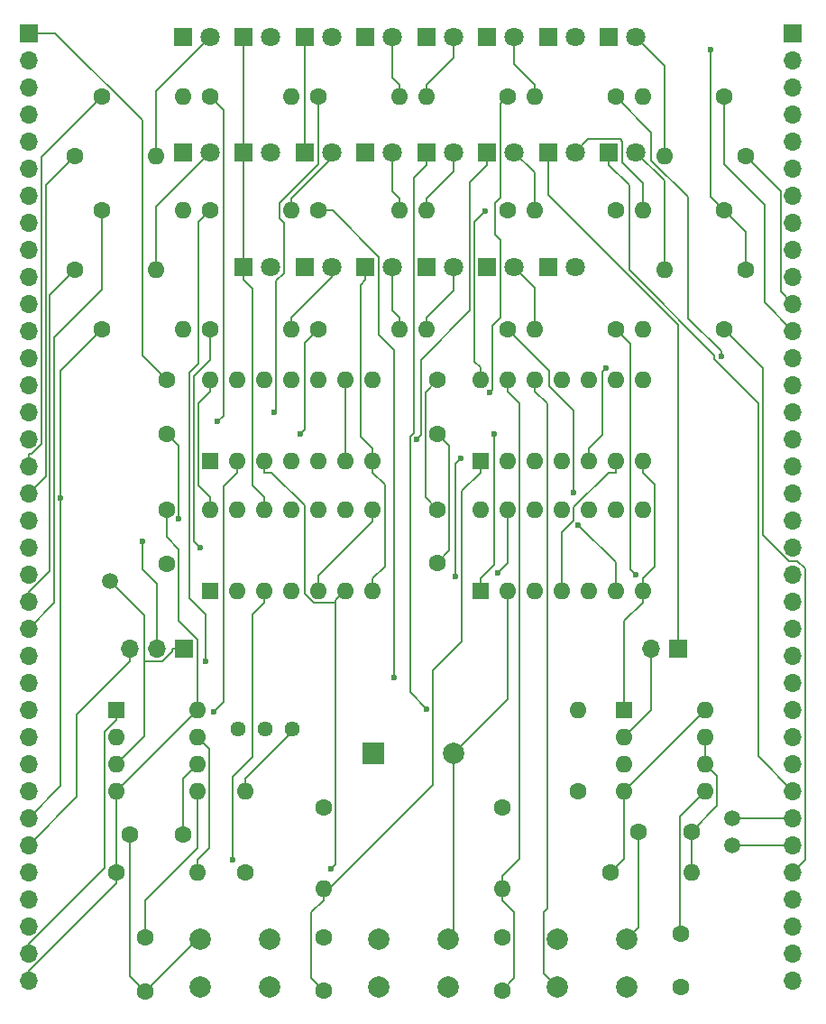
<source format=gtl>
G04 #@! TF.GenerationSoftware,KiCad,Pcbnew,8.0.9-8.0.9-0~ubuntu22.04.1*
G04 #@! TF.CreationDate,2025-06-29T10:32:47+10:00*
G04 #@! TF.ProjectId,UE1-TTL-Clock,5545312d-5454-44c2-9d43-6c6f636b2e6b,rev?*
G04 #@! TF.SameCoordinates,Original*
G04 #@! TF.FileFunction,Copper,L1,Top*
G04 #@! TF.FilePolarity,Positive*
%FSLAX46Y46*%
G04 Gerber Fmt 4.6, Leading zero omitted, Abs format (unit mm)*
G04 Created by KiCad (PCBNEW 8.0.9-8.0.9-0~ubuntu22.04.1) date 2025-06-29 10:32:47*
%MOMM*%
%LPD*%
G01*
G04 APERTURE LIST*
G04 #@! TA.AperFunction,ComponentPad*
%ADD10C,1.600000*%
G04 #@! TD*
G04 #@! TA.AperFunction,ComponentPad*
%ADD11R,1.800000X1.800000*%
G04 #@! TD*
G04 #@! TA.AperFunction,ComponentPad*
%ADD12C,1.800000*%
G04 #@! TD*
G04 #@! TA.AperFunction,ComponentPad*
%ADD13C,2.000000*%
G04 #@! TD*
G04 #@! TA.AperFunction,ComponentPad*
%ADD14R,2.000000X2.000000*%
G04 #@! TD*
G04 #@! TA.AperFunction,ComponentPad*
%ADD15R,1.600000X1.600000*%
G04 #@! TD*
G04 #@! TA.AperFunction,ComponentPad*
%ADD16O,1.600000X1.600000*%
G04 #@! TD*
G04 #@! TA.AperFunction,SMDPad,CuDef*
%ADD17C,1.500000*%
G04 #@! TD*
G04 #@! TA.AperFunction,ComponentPad*
%ADD18R,1.700000X1.700000*%
G04 #@! TD*
G04 #@! TA.AperFunction,ComponentPad*
%ADD19O,1.700000X1.700000*%
G04 #@! TD*
G04 #@! TA.AperFunction,ComponentPad*
%ADD20C,1.440000*%
G04 #@! TD*
G04 #@! TA.AperFunction,ViaPad*
%ADD21C,0.600000*%
G04 #@! TD*
G04 #@! TA.AperFunction,Conductor*
%ADD22C,0.200000*%
G04 #@! TD*
G04 APERTURE END LIST*
D10*
X103124000Y-85932000D03*
X103124000Y-90932000D03*
D11*
X116078000Y-75311000D03*
D12*
X118618000Y-75311000D03*
D10*
X134620000Y-143176000D03*
X134620000Y-138176000D03*
D13*
X106276000Y-138375000D03*
X112776000Y-138375000D03*
X106276000Y-142875000D03*
X112776000Y-142875000D03*
X139804000Y-138375000D03*
X146304000Y-138375000D03*
X139804000Y-142875000D03*
X146304000Y-142875000D03*
D10*
X128524000Y-98044000D03*
X128524000Y-103044000D03*
D14*
X122490000Y-120904000D03*
D13*
X130090000Y-120904000D03*
D15*
X107188000Y-93472000D03*
D16*
X109728000Y-93472000D03*
X112268000Y-93472000D03*
X114808000Y-93472000D03*
X117348000Y-93472000D03*
X119888000Y-93472000D03*
X122428000Y-93472000D03*
X122428000Y-85852000D03*
X119888000Y-85852000D03*
X117348000Y-85852000D03*
X114808000Y-85852000D03*
X112268000Y-85852000D03*
X109728000Y-85852000D03*
X107188000Y-85852000D03*
D10*
X107188000Y-59309000D03*
D16*
X114808000Y-59309000D03*
D10*
X110490000Y-132080000D03*
D16*
X110490000Y-124460000D03*
D17*
X156210000Y-127000000D03*
D18*
X90170000Y-53340000D03*
D19*
X90170000Y-55880000D03*
X90170000Y-58420000D03*
X90170000Y-60960000D03*
X90170000Y-63500000D03*
X90170000Y-66040000D03*
X90170000Y-68580000D03*
X90170000Y-71120000D03*
X90170000Y-73660000D03*
X90170000Y-76200000D03*
X90170000Y-78740000D03*
X90170000Y-81280000D03*
X90170000Y-83820000D03*
X90170000Y-86360000D03*
X90170000Y-88900000D03*
X90170000Y-91440000D03*
X90170000Y-93980000D03*
X90170000Y-96520000D03*
X90170000Y-99060000D03*
X90170000Y-101600000D03*
X90170000Y-104140000D03*
X90170000Y-106680000D03*
X90170000Y-109220000D03*
X90170000Y-111760000D03*
X90170000Y-114300000D03*
X90170000Y-116840000D03*
X90170000Y-119380000D03*
X90170000Y-121920000D03*
X90170000Y-124460000D03*
X90170000Y-127000000D03*
X90170000Y-129540000D03*
X90170000Y-132080000D03*
X90170000Y-134620000D03*
X90170000Y-137160000D03*
X90170000Y-139700000D03*
X90170000Y-142240000D03*
D10*
X145288000Y-81153000D03*
D16*
X137668000Y-81153000D03*
D15*
X132583000Y-105664000D03*
D16*
X135123000Y-105664000D03*
X137663000Y-105664000D03*
X140203000Y-105664000D03*
X142743000Y-105664000D03*
X145283000Y-105664000D03*
X147823000Y-105664000D03*
X147823000Y-98044000D03*
X145283000Y-98044000D03*
X142743000Y-98044000D03*
X140203000Y-98044000D03*
X137663000Y-98044000D03*
X135123000Y-98044000D03*
X132583000Y-98044000D03*
D15*
X98425000Y-116850000D03*
D16*
X98425000Y-119390000D03*
X98425000Y-121930000D03*
X98425000Y-124470000D03*
X106045000Y-124470000D03*
X106045000Y-121930000D03*
X106045000Y-119390000D03*
X106045000Y-116850000D03*
D10*
X151384000Y-137875000D03*
X151384000Y-142875000D03*
D15*
X107188000Y-105664000D03*
D16*
X109728000Y-105664000D03*
X112268000Y-105664000D03*
X114808000Y-105664000D03*
X117348000Y-105664000D03*
X119888000Y-105664000D03*
X122428000Y-105664000D03*
X122428000Y-98044000D03*
X119888000Y-98044000D03*
X117348000Y-98044000D03*
X114808000Y-98044000D03*
X112268000Y-98044000D03*
X109728000Y-98044000D03*
X107188000Y-98044000D03*
D10*
X155448000Y-59309000D03*
D16*
X147828000Y-59309000D03*
D10*
X135128000Y-69977000D03*
D16*
X127508000Y-69977000D03*
D10*
X155448000Y-69977000D03*
D16*
X147828000Y-69977000D03*
D11*
X116078000Y-64516000D03*
D12*
X118618000Y-64516000D03*
D10*
X155448000Y-81153000D03*
D16*
X147828000Y-81153000D03*
D18*
X104775000Y-111125000D03*
D19*
X102235000Y-111125000D03*
X99695000Y-111125000D03*
D11*
X138938000Y-75311000D03*
D12*
X141478000Y-75311000D03*
D10*
X117348000Y-69977000D03*
D16*
X124968000Y-69977000D03*
D11*
X121793000Y-75311000D03*
D12*
X124333000Y-75311000D03*
D10*
X117348000Y-81153000D03*
D16*
X124968000Y-81153000D03*
D15*
X146050000Y-116840000D03*
D16*
X146050000Y-119380000D03*
X146050000Y-121920000D03*
X146050000Y-124460000D03*
X153670000Y-124460000D03*
X153670000Y-121920000D03*
X153670000Y-119380000D03*
X153670000Y-116840000D03*
D11*
X138938000Y-64516000D03*
D12*
X141478000Y-64516000D03*
D11*
X110363000Y-64516000D03*
D12*
X112903000Y-64516000D03*
D10*
X145288000Y-59309000D03*
D16*
X137668000Y-59309000D03*
D10*
X144780000Y-132080000D03*
D16*
X152400000Y-132080000D03*
D11*
X121793000Y-64516000D03*
D12*
X124333000Y-64516000D03*
D10*
X117856000Y-143176000D03*
X117856000Y-138176000D03*
X97028000Y-81153000D03*
D16*
X104648000Y-81153000D03*
D10*
X94488000Y-64897000D03*
D16*
X102108000Y-64897000D03*
D11*
X110363000Y-53721000D03*
D12*
X112903000Y-53721000D03*
D11*
X133223000Y-64516000D03*
D12*
X135763000Y-64516000D03*
D11*
X127508000Y-75311000D03*
D12*
X130048000Y-75311000D03*
D10*
X107188000Y-81153000D03*
D16*
X114808000Y-81153000D03*
D10*
X104695000Y-128524000D03*
X99695000Y-128524000D03*
D17*
X97790000Y-104775000D03*
D11*
X144653000Y-64516000D03*
D12*
X147193000Y-64516000D03*
D11*
X133223000Y-53721000D03*
D12*
X135763000Y-53721000D03*
D11*
X127508000Y-64516000D03*
D12*
X130048000Y-64516000D03*
D11*
X104648000Y-53721000D03*
D12*
X107188000Y-53721000D03*
D10*
X97028000Y-59309000D03*
D16*
X104648000Y-59309000D03*
D11*
X121793000Y-53721000D03*
D12*
X124333000Y-53721000D03*
D11*
X104648000Y-64516000D03*
D12*
X107188000Y-64516000D03*
D10*
X134620000Y-125984000D03*
D16*
X134620000Y-133604000D03*
D11*
X138938000Y-53721000D03*
D12*
X141478000Y-53721000D03*
D10*
X101092000Y-138256000D03*
X101092000Y-143256000D03*
D11*
X116078000Y-53721000D03*
D12*
X118618000Y-53721000D03*
D15*
X132588000Y-93472000D03*
D16*
X135128000Y-93472000D03*
X137668000Y-93472000D03*
X140208000Y-93472000D03*
X142748000Y-93472000D03*
X145288000Y-93472000D03*
X147828000Y-93472000D03*
X147828000Y-85852000D03*
X145288000Y-85852000D03*
X142748000Y-85852000D03*
X140208000Y-85852000D03*
X137668000Y-85852000D03*
X135128000Y-85852000D03*
X132588000Y-85852000D03*
D10*
X94488000Y-75565000D03*
D16*
X102108000Y-75565000D03*
D10*
X145288000Y-69977000D03*
D16*
X137668000Y-69977000D03*
D11*
X144653000Y-53721000D03*
D12*
X147193000Y-53721000D03*
D10*
X157480000Y-64897000D03*
D16*
X149860000Y-64897000D03*
D13*
X123040000Y-138375000D03*
X129540000Y-138375000D03*
X123040000Y-142875000D03*
X129540000Y-142875000D03*
D10*
X157480000Y-75565000D03*
D16*
X149860000Y-75565000D03*
D11*
X110363000Y-75311000D03*
D12*
X112903000Y-75311000D03*
D18*
X161925000Y-53340000D03*
D19*
X161925000Y-55880000D03*
X161925000Y-58420000D03*
X161925000Y-60960000D03*
X161925000Y-63500000D03*
X161925000Y-66040000D03*
X161925000Y-68580000D03*
X161925000Y-71120000D03*
X161925000Y-73660000D03*
X161925000Y-76200000D03*
X161925000Y-78740000D03*
X161925000Y-81280000D03*
X161925000Y-83820000D03*
X161925000Y-86360000D03*
X161925000Y-88900000D03*
X161925000Y-91440000D03*
X161925000Y-93980000D03*
X161925000Y-96520000D03*
X161925000Y-99060000D03*
X161925000Y-101600000D03*
X161925000Y-104140000D03*
X161925000Y-106680000D03*
X161925000Y-109220000D03*
X161925000Y-111760000D03*
X161925000Y-114300000D03*
X161925000Y-116840000D03*
X161925000Y-119380000D03*
X161925000Y-121920000D03*
X161925000Y-124460000D03*
X161925000Y-127000000D03*
X161925000Y-129540000D03*
X161925000Y-132080000D03*
X161925000Y-134620000D03*
X161925000Y-137160000D03*
X161925000Y-139700000D03*
X161925000Y-142240000D03*
D10*
X135128000Y-59309000D03*
D16*
X127508000Y-59309000D03*
D10*
X117856000Y-125984000D03*
D16*
X117856000Y-133604000D03*
D10*
X141732000Y-124460000D03*
D16*
X141732000Y-116840000D03*
D10*
X97028000Y-69977000D03*
D16*
X104648000Y-69977000D03*
D10*
X152400000Y-128270000D03*
X147400000Y-128270000D03*
D17*
X156210000Y-129540000D03*
D11*
X127508000Y-53721000D03*
D12*
X130048000Y-53721000D03*
D11*
X133223000Y-75311000D03*
D12*
X135763000Y-75311000D03*
D10*
X117348000Y-59309000D03*
D16*
X124968000Y-59309000D03*
D10*
X103124000Y-98124000D03*
X103124000Y-103124000D03*
X128524000Y-85932000D03*
X128524000Y-90932000D03*
D20*
X114920000Y-118670000D03*
X112380000Y-118670000D03*
X109840000Y-118670000D03*
D10*
X107188000Y-69977000D03*
D16*
X114808000Y-69977000D03*
D18*
X151130000Y-111125000D03*
D19*
X148590000Y-111125000D03*
D10*
X135128000Y-81153000D03*
D16*
X127508000Y-81153000D03*
D10*
X98425000Y-132080000D03*
D16*
X106045000Y-132080000D03*
D21*
X104244500Y-98974200D03*
X154195300Y-54888000D03*
X133021000Y-70081200D03*
X118508400Y-131806600D03*
X124480300Y-113845700D03*
X107557700Y-117029200D03*
X126577400Y-91491000D03*
X127527600Y-116765200D03*
X107902500Y-89815500D03*
X113203200Y-88900000D03*
X155168800Y-83698900D03*
X133455000Y-87087700D03*
X115677600Y-90932500D03*
X106814300Y-112281200D03*
X109348300Y-130973400D03*
X141362300Y-96511800D03*
X147173700Y-104147200D03*
X141763000Y-99513700D03*
X106292200Y-101638900D03*
X93154600Y-97013700D03*
X134188400Y-104047100D03*
X130770000Y-93226900D03*
X130227700Y-104348000D03*
X100863100Y-101020900D03*
X133858000Y-90934100D03*
X144332300Y-84780300D03*
D22*
X104244500Y-92052500D02*
X103124000Y-90932000D01*
X147400000Y-128270000D02*
X147400000Y-137279000D01*
X123598500Y-95744200D02*
X122428000Y-94573700D01*
X121793000Y-75311000D02*
X121793000Y-76512700D01*
X129652000Y-92060000D02*
X128524000Y-90932000D01*
X146050000Y-116840000D02*
X146050000Y-108538700D01*
X90170000Y-138816800D02*
X97323300Y-131663500D01*
X105973000Y-138375000D02*
X106276000Y-138375000D01*
X110363000Y-64516000D02*
X110363000Y-53721000D01*
X148966500Y-95712200D02*
X148966500Y-103418800D01*
X148966500Y-103418800D02*
X147823000Y-104562300D01*
X104244500Y-98974200D02*
X104244500Y-92052500D01*
X147828000Y-94573700D02*
X148966500Y-95712200D01*
X147823000Y-105664000D02*
X147823000Y-106765700D01*
X101092000Y-143256000D02*
X105973000Y-138375000D01*
X135123000Y-115871000D02*
X135123000Y-105664000D01*
X110363000Y-75311000D02*
X110363000Y-76512700D01*
X112268000Y-96942300D02*
X111166300Y-95840600D01*
X116078000Y-64516000D02*
X116078000Y-53721000D01*
X122428000Y-93472000D02*
X122428000Y-92370300D01*
X123598500Y-103391800D02*
X123598500Y-95744200D01*
X121316700Y-91259000D02*
X121316700Y-76989000D01*
X122428000Y-92370300D02*
X121316700Y-91259000D01*
X122428000Y-94022800D02*
X122428000Y-94573700D01*
X122428000Y-94022800D02*
X122428000Y-93472000D01*
X146050000Y-108538700D02*
X147823000Y-106765700D01*
X110363000Y-75311000D02*
X110363000Y-64516000D01*
X122428000Y-104562300D02*
X123598500Y-103391800D01*
X112268000Y-98044000D02*
X112268000Y-96942300D01*
X111166300Y-77316000D02*
X110363000Y-76512700D01*
X130090000Y-137825000D02*
X130090000Y-120904000D01*
X147400000Y-137279000D02*
X146304000Y-138375000D01*
X98425000Y-117813900D02*
X97323300Y-118915600D01*
X122428000Y-105664000D02*
X122428000Y-104562300D01*
X98425000Y-116850000D02*
X98425000Y-117813900D01*
X128524000Y-103044000D02*
X129652000Y-101916000D01*
X99695000Y-141859000D02*
X101092000Y-143256000D01*
X90170000Y-139700000D02*
X90170000Y-138816800D01*
X129652000Y-101916000D02*
X129652000Y-92060000D01*
X99695000Y-128524000D02*
X99695000Y-141859000D01*
X111166300Y-95840600D02*
X111166300Y-77316000D01*
X97323300Y-131663500D02*
X97323300Y-118915600D01*
X147823000Y-105664000D02*
X147823000Y-104562300D01*
X130090000Y-120904000D02*
X135123000Y-115871000D01*
X121316700Y-76989000D02*
X121793000Y-76512700D01*
X147828000Y-93472000D02*
X147828000Y-94573700D01*
X129540000Y-138375000D02*
X130090000Y-137825000D01*
X107188000Y-85852000D02*
X107188000Y-86953700D01*
X98425000Y-133121200D02*
X98425000Y-132080000D01*
X106045000Y-110268300D02*
X104244500Y-108467800D01*
X132021300Y-71080900D02*
X133021000Y-70081200D01*
X127400900Y-87055100D02*
X128524000Y-85932000D01*
X107188000Y-98044000D02*
X107188000Y-96942300D01*
X132588000Y-84750300D02*
X132021300Y-84183600D01*
X128524000Y-98044000D02*
X127400900Y-96920900D01*
X90170000Y-141376200D02*
X98425000Y-133121200D01*
X106045000Y-116850000D02*
X98425000Y-124470000D01*
X98425000Y-124470000D02*
X98425000Y-132080000D01*
X119888000Y-85852000D02*
X119888000Y-93472000D01*
X132588000Y-85852000D02*
X132588000Y-84750300D01*
X106086300Y-95840600D02*
X106086300Y-88055400D01*
X104244500Y-101775600D02*
X103124000Y-100655100D01*
X104244500Y-108467800D02*
X104244500Y-101775600D01*
X106045000Y-116850000D02*
X106045000Y-110268300D01*
X90170000Y-53340000D02*
X92671200Y-53340000D01*
X100838000Y-83646000D02*
X103124000Y-85932000D01*
X100838000Y-61506800D02*
X100838000Y-83646000D01*
X153670000Y-116840000D02*
X146050000Y-124460000D01*
X107188000Y-96942300D02*
X106086300Y-95840600D01*
X106086300Y-88055400D02*
X107188000Y-86953700D01*
X154195300Y-68724300D02*
X154195300Y-54888000D01*
X132021300Y-84183600D02*
X132021300Y-71080900D01*
X155448000Y-69977000D02*
X154195300Y-68724300D01*
X103124000Y-100655100D02*
X103124000Y-98124000D01*
X146050000Y-124460000D02*
X146050000Y-130810000D01*
X92671200Y-53340000D02*
X100838000Y-61506800D01*
X127400900Y-96920900D02*
X127400900Y-87055100D01*
X146050000Y-130810000D02*
X144780000Y-132080000D01*
X155448000Y-69977000D02*
X157480000Y-72009000D01*
X157480000Y-72009000D02*
X157480000Y-75565000D01*
X90170000Y-142240000D02*
X90170000Y-141376200D01*
X137668000Y-85852000D02*
X137668000Y-86953700D01*
X138844800Y-88130500D02*
X138844800Y-135507100D01*
X138493500Y-135858400D02*
X138493500Y-141564500D01*
X137668000Y-86953700D02*
X138844800Y-88130500D01*
X138844800Y-135507100D02*
X138493500Y-135858400D01*
X138493500Y-141564500D02*
X139804000Y-142875000D01*
X112268000Y-94573700D02*
X112956600Y-94573700D01*
X118961000Y-106591000D02*
X118961000Y-106811000D01*
X119888000Y-105664000D02*
X118961000Y-106591000D01*
X116931600Y-106811000D02*
X118961000Y-106811000D01*
X116078000Y-105957400D02*
X116931600Y-106811000D01*
X118508400Y-131806600D02*
X118961000Y-131354000D01*
X116078000Y-97695100D02*
X116078000Y-105957400D01*
X118961000Y-131354000D02*
X118961000Y-106811000D01*
X112956600Y-94573700D02*
X116078000Y-97695100D01*
X112268000Y-93472000D02*
X112268000Y-94573700D01*
X124480300Y-83059000D02*
X124480300Y-113845700D01*
X117348000Y-69977000D02*
X118692500Y-69977000D01*
X123063000Y-81641700D02*
X124480300Y-83059000D01*
X123063000Y-74347500D02*
X123063000Y-81641700D01*
X118692500Y-69977000D02*
X123063000Y-74347500D01*
X133223000Y-64516000D02*
X133223000Y-65717700D01*
X107557700Y-117029200D02*
X108458000Y-116128900D01*
X109728000Y-93472000D02*
X109728000Y-94573700D01*
X131619600Y-79374900D02*
X126999200Y-83995300D01*
X133223000Y-65717700D02*
X131619600Y-67321100D01*
X131619600Y-67321100D02*
X131619600Y-79374900D01*
X126999200Y-91069200D02*
X126577400Y-91491000D01*
X108458000Y-95843700D02*
X109728000Y-94573700D01*
X126999200Y-83995300D02*
X126999200Y-91069200D01*
X108458000Y-116128900D02*
X108458000Y-95843700D01*
X146558000Y-75568200D02*
X146558000Y-67622700D01*
X158681100Y-88062000D02*
X154567100Y-83948000D01*
X146558000Y-67622700D02*
X144653000Y-65717700D01*
X154567100Y-83577300D02*
X146558000Y-75568200D01*
X154567100Y-83948000D02*
X154567100Y-83577300D01*
X144653000Y-65717700D02*
X144653000Y-64516000D01*
X161925000Y-124460000D02*
X158681100Y-121216100D01*
X158681100Y-121216100D02*
X158681100Y-88062000D01*
X151130000Y-80758900D02*
X138938000Y-68566900D01*
X151130000Y-111125000D02*
X151130000Y-80758900D01*
X138938000Y-68566900D02*
X138938000Y-64516000D01*
X160773300Y-77588300D02*
X160773300Y-68190300D01*
X160773300Y-68190300D02*
X157480000Y-64897000D01*
X161925000Y-78740000D02*
X160773300Y-77588300D01*
X97028000Y-59309000D02*
X91347800Y-64989200D01*
X90438500Y-92828300D02*
X90170000Y-92828300D01*
X90170000Y-93980000D02*
X90170000Y-92828300D01*
X91347800Y-91919000D02*
X90438500Y-92828300D01*
X91347800Y-64989200D02*
X91347800Y-91919000D01*
X127508000Y-64516000D02*
X127508000Y-65717700D01*
X127508000Y-65717700D02*
X126306300Y-66919400D01*
X125975700Y-91241900D02*
X125975700Y-115213300D01*
X126306300Y-90911300D02*
X125975700Y-91241900D01*
X126306300Y-66919400D02*
X126306300Y-90911300D01*
X125975700Y-115213300D02*
X127527600Y-116765200D01*
X108454300Y-89263700D02*
X107902500Y-89815500D01*
X107188000Y-59309000D02*
X108454300Y-60575300D01*
X108454300Y-60575300D02*
X108454300Y-89263700D01*
X90170000Y-109220000D02*
X92552900Y-106837100D01*
X92552900Y-106837100D02*
X92552900Y-81935500D01*
X97028000Y-77460400D02*
X97028000Y-69977000D01*
X92552900Y-81935500D02*
X97028000Y-77460400D01*
X90170000Y-106680000D02*
X90170000Y-105814200D01*
X92151200Y-103833000D02*
X92151200Y-77901800D01*
X90170000Y-105814200D02*
X92151200Y-103833000D01*
X92151200Y-77901800D02*
X94488000Y-75565000D01*
X114112200Y-75862600D02*
X113386600Y-76588200D01*
X117348000Y-65649200D02*
X113681300Y-69315900D01*
X117348000Y-59309000D02*
X117348000Y-65649200D01*
X113681300Y-70752100D02*
X114112200Y-71183000D01*
X114112200Y-71183000D02*
X114112200Y-75862600D01*
X113386600Y-76588200D02*
X113386600Y-88716600D01*
X113386600Y-88716600D02*
X113203200Y-88900000D01*
X113681300Y-69315900D02*
X113681300Y-70752100D01*
X148633600Y-62654600D02*
X145288000Y-59309000D01*
X152051500Y-68726500D02*
X148633600Y-65308600D01*
X155168800Y-83698900D02*
X155168800Y-83221400D01*
X148633600Y-65308600D02*
X148633600Y-62654600D01*
X155168800Y-83221400D02*
X152051500Y-80104100D01*
X152051500Y-80104100D02*
X152051500Y-68726500D01*
X133455000Y-87087700D02*
X133694100Y-86848600D01*
X133694100Y-86848600D02*
X133694100Y-80781900D01*
X133977200Y-69322800D02*
X134492900Y-68807100D01*
X134426300Y-72729500D02*
X133977200Y-72280400D01*
X134492900Y-59944100D02*
X135128000Y-59309000D01*
X133977200Y-72280400D02*
X133977200Y-69322800D01*
X134492900Y-68807100D02*
X134492900Y-59944100D01*
X134426300Y-80049700D02*
X134426300Y-72729500D01*
X133694100Y-80781900D02*
X134426300Y-80049700D01*
X91749500Y-94940500D02*
X91749500Y-67635500D01*
X90170000Y-96520000D02*
X91749500Y-94940500D01*
X91749500Y-67635500D02*
X94488000Y-64897000D01*
X116078000Y-90532100D02*
X116078000Y-82423000D01*
X115677600Y-90932500D02*
X116078000Y-90532100D01*
X116078000Y-82423000D02*
X117348000Y-81153000D01*
X106086300Y-84383800D02*
X105282900Y-85187200D01*
X107188000Y-69977000D02*
X106086300Y-71078700D01*
X105282900Y-106353600D02*
X106814300Y-107885000D01*
X106086300Y-71078700D02*
X106086300Y-84383800D01*
X105282900Y-85187200D02*
X105282900Y-106353600D01*
X106814300Y-107885000D02*
X106814300Y-112281200D01*
X111166300Y-107867400D02*
X111166300Y-121326500D01*
X163077900Y-130927100D02*
X163077900Y-103627200D01*
X111166300Y-121326500D02*
X109348300Y-123144500D01*
X112268000Y-105664000D02*
X112268000Y-106765700D01*
X109348300Y-123144500D02*
X109348300Y-130973400D01*
X159124100Y-100427900D02*
X159124100Y-84829100D01*
X162320700Y-102870000D02*
X161566200Y-102870000D01*
X161925000Y-132080000D02*
X163077900Y-130927100D01*
X159124100Y-84829100D02*
X155448000Y-81153000D01*
X163077900Y-103627200D02*
X162320700Y-102870000D01*
X112268000Y-106765700D02*
X111166300Y-107867400D01*
X161566200Y-102870000D02*
X159124100Y-100427900D01*
X135128000Y-81153000D02*
X139044800Y-85069800D01*
X141362300Y-88781400D02*
X141362300Y-96511800D01*
X139044800Y-86463900D02*
X141362300Y-88781400D01*
X139044800Y-85069800D02*
X139044800Y-86463900D01*
X147272200Y-104245700D02*
X147173700Y-104147200D01*
X146668100Y-103641600D02*
X146668100Y-82533100D01*
X146668100Y-82533100D02*
X145288000Y-81153000D01*
X147272200Y-104245700D02*
X146668100Y-103641600D01*
X159259300Y-69503300D02*
X155448000Y-65692000D01*
X155448000Y-65692000D02*
X155448000Y-59309000D01*
X161925000Y-81280000D02*
X159259300Y-78614300D01*
X159259300Y-78614300D02*
X159259300Y-69503300D01*
X101092000Y-138256000D02*
X101092000Y-134751300D01*
X106045000Y-129798300D02*
X106045000Y-124470000D01*
X101092000Y-134751300D02*
X106045000Y-129798300D01*
X106045000Y-121930000D02*
X104695000Y-123280000D01*
X104695000Y-123280000D02*
X104695000Y-128524000D01*
X94704400Y-117267300D02*
X99695000Y-112276700D01*
X94704400Y-125005600D02*
X94704400Y-117267300D01*
X90170000Y-129540000D02*
X94704400Y-125005600D01*
X99695000Y-112276700D02*
X99695000Y-111125000D01*
X102108000Y-69596000D02*
X102108000Y-75565000D01*
X107188000Y-64516000D02*
X102108000Y-69596000D01*
X97790000Y-104775000D02*
X101020800Y-108005800D01*
X101020800Y-112288200D02*
X102748000Y-112288200D01*
X101020800Y-108005800D02*
X101020800Y-112288200D01*
X102748000Y-112288200D02*
X103623300Y-111412900D01*
X103623300Y-111412900D02*
X103623300Y-111125000D01*
X98425000Y-121930000D02*
X101020800Y-119334200D01*
X104775000Y-111125000D02*
X103623300Y-111125000D01*
X101020800Y-119334200D02*
X101020800Y-112288200D01*
X151278000Y-137769000D02*
X151384000Y-137875000D01*
X153670000Y-124460000D02*
X151278000Y-126852000D01*
X151278000Y-126852000D02*
X151278000Y-137769000D01*
X141763000Y-99513700D02*
X141864200Y-99614900D01*
X145283000Y-105664000D02*
X145283000Y-103033700D01*
X105684600Y-85553700D02*
X107188000Y-84050300D01*
X141864200Y-99614900D02*
X141763000Y-99513700D01*
X106292200Y-101638900D02*
X105684600Y-101031300D01*
X145283000Y-103033700D02*
X141763000Y-99513700D01*
X105684600Y-101031300D02*
X105684600Y-85553700D01*
X107188000Y-84050300D02*
X107188000Y-81153000D01*
X117348000Y-104225700D02*
X117348000Y-105664000D01*
X122428000Y-98044000D02*
X122428000Y-99145700D01*
X122428000Y-99145700D02*
X117348000Y-104225700D01*
X93154600Y-124015400D02*
X93154600Y-97013700D01*
X93154600Y-85026400D02*
X93154600Y-97013700D01*
X97028000Y-81153000D02*
X93154600Y-85026400D01*
X90170000Y-127000000D02*
X93154600Y-124015400D01*
X135123000Y-98044000D02*
X135123000Y-103112500D01*
X135123000Y-103112500D02*
X134188400Y-104047100D01*
X134263600Y-103971900D02*
X134188400Y-104047100D01*
X134188400Y-104047100D02*
X134263600Y-103971900D01*
X130227700Y-93769200D02*
X130770000Y-93226900D01*
X130227700Y-93769200D02*
X130227700Y-104348000D01*
X153670000Y-121920000D02*
X154781000Y-123031000D01*
X153670000Y-119380000D02*
X153670000Y-121920000D01*
X154781000Y-125889000D02*
X152400000Y-128270000D01*
X154781000Y-123031000D02*
X154781000Y-125889000D01*
X152400000Y-128270000D02*
X152400000Y-132080000D01*
X102235000Y-105038200D02*
X102235000Y-111125000D01*
X100863100Y-101020900D02*
X100863100Y-103666300D01*
X100863100Y-103666300D02*
X102235000Y-105038200D01*
X118618000Y-65065300D02*
X118618000Y-64516000D01*
X114808000Y-69977000D02*
X114808000Y-68875300D01*
X114808000Y-68875300D02*
X118618000Y-65065300D01*
X124333000Y-68240300D02*
X124968000Y-68875300D01*
X124333000Y-64516000D02*
X124333000Y-68240300D01*
X124968000Y-69977000D02*
X124968000Y-68875300D01*
X102108000Y-58801000D02*
X102108000Y-64897000D01*
X107188000Y-53721000D02*
X102108000Y-58801000D01*
X133858000Y-103287300D02*
X133858000Y-90934100D01*
X144332300Y-84780300D02*
X144018000Y-85094600D01*
X144018000Y-91100300D02*
X142748000Y-92370300D01*
X144018000Y-85094600D02*
X144018000Y-91100300D01*
X132583000Y-105664000D02*
X132583000Y-104562300D01*
X142748000Y-93472000D02*
X142748000Y-92370300D01*
X132583000Y-104562300D02*
X133858000Y-103287300D01*
X144589500Y-94573700D02*
X141304700Y-97858500D01*
X141304700Y-97858500D02*
X141304700Y-99121200D01*
X140203000Y-105664000D02*
X140203000Y-104562300D01*
X145288000Y-93472000D02*
X145288000Y-94573700D01*
X140203000Y-100222900D02*
X140203000Y-104562300D01*
X141304700Y-99121200D02*
X140203000Y-100222900D01*
X145288000Y-94573700D02*
X144589500Y-94573700D01*
X124333000Y-57572300D02*
X124968000Y-58207300D01*
X124333000Y-53721000D02*
X124333000Y-57572300D01*
X124968000Y-59309000D02*
X124968000Y-58207300D01*
X127508000Y-69977000D02*
X127508000Y-68875300D01*
X130048000Y-66335300D02*
X130048000Y-64516000D01*
X127508000Y-68875300D02*
X130048000Y-66335300D01*
X130048000Y-55667300D02*
X130048000Y-53721000D01*
X127508000Y-58207300D02*
X130048000Y-55667300D01*
X127508000Y-59309000D02*
X127508000Y-58207300D01*
X137668000Y-69977000D02*
X137668000Y-66421000D01*
X137668000Y-66421000D02*
X135763000Y-64516000D01*
X135763000Y-53721000D02*
X135763000Y-56302300D01*
X137668000Y-59309000D02*
X137668000Y-58207300D01*
X135763000Y-56302300D02*
X137668000Y-58207300D01*
X142679700Y-63314300D02*
X145692400Y-63314300D01*
X145923000Y-63544900D02*
X145923000Y-65490100D01*
X147828000Y-67395100D02*
X147828000Y-69977000D01*
X145923000Y-65490100D02*
X147828000Y-67395100D01*
X141478000Y-64516000D02*
X142679700Y-63314300D01*
X145692400Y-63314300D02*
X145923000Y-63544900D01*
X149860000Y-67183000D02*
X149860000Y-75565000D01*
X147193000Y-64516000D02*
X149860000Y-67183000D01*
X147193000Y-53721000D02*
X149860000Y-56388000D01*
X149860000Y-56388000D02*
X149860000Y-64897000D01*
X124968000Y-80051300D02*
X124333000Y-79416300D01*
X124968000Y-81153000D02*
X124968000Y-80051300D01*
X124333000Y-79416300D02*
X124333000Y-75311000D01*
X127508000Y-81153000D02*
X127508000Y-80051300D01*
X127508000Y-80051300D02*
X130048000Y-77511300D01*
X130048000Y-77511300D02*
X130048000Y-75311000D01*
X137668000Y-77216000D02*
X135763000Y-75311000D01*
X137668000Y-81153000D02*
X137668000Y-77216000D01*
X114808000Y-80051300D02*
X118618000Y-76241300D01*
X114808000Y-81153000D02*
X114808000Y-80051300D01*
X118618000Y-76241300D02*
X118618000Y-75311000D01*
X106045000Y-130978300D02*
X106045000Y-132080000D01*
X107156000Y-120501000D02*
X107156000Y-129867300D01*
X107156000Y-129867300D02*
X106045000Y-130978300D01*
X106045000Y-119390000D02*
X107156000Y-120501000D01*
X114920000Y-118928300D02*
X114920000Y-118670000D01*
X110490000Y-123358300D02*
X114920000Y-118928300D01*
X110490000Y-124460000D02*
X110490000Y-123358300D01*
X117856000Y-133604000D02*
X117856000Y-134154800D01*
X117856000Y-134154800D02*
X117856000Y-134705700D01*
X117856000Y-134705700D02*
X116706500Y-135855200D01*
X130855100Y-110405800D02*
X130855100Y-96306600D01*
X116706500Y-142026500D02*
X117856000Y-143176000D01*
X128129400Y-123881400D02*
X128129400Y-113131500D01*
X117856000Y-134154800D02*
X128129400Y-123881400D01*
X116706500Y-135855200D02*
X116706500Y-142026500D01*
X128129400Y-113131500D02*
X130855100Y-110405800D01*
X132588000Y-93472000D02*
X132588000Y-94573700D01*
X130855100Y-96306600D02*
X132588000Y-94573700D01*
X136252700Y-88078400D02*
X135128000Y-86953700D01*
X135758000Y-135843700D02*
X134620000Y-134705700D01*
X134620000Y-133604000D02*
X134620000Y-134705700D01*
X135128000Y-85852000D02*
X135128000Y-86953700D01*
X134620000Y-143176000D02*
X135758000Y-142038000D01*
X136252700Y-130869600D02*
X136252700Y-88078400D01*
X135758000Y-142038000D02*
X135758000Y-135843700D01*
X134620000Y-132502300D02*
X136252700Y-130869600D01*
X134620000Y-133604000D02*
X134620000Y-132502300D01*
X148590000Y-116840000D02*
X148590000Y-111125000D01*
X146050000Y-119380000D02*
X148590000Y-116840000D01*
X156210000Y-129540000D02*
X161925000Y-129540000D01*
X156210000Y-127000000D02*
X161925000Y-127000000D01*
M02*

</source>
